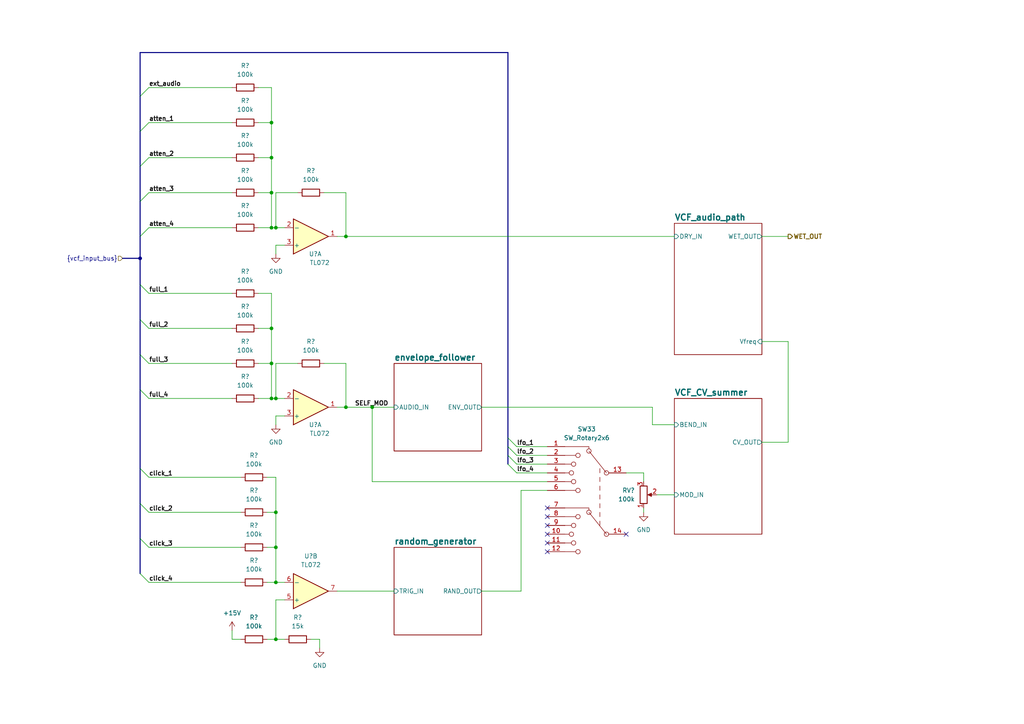
<source format=kicad_sch>
(kicad_sch (version 20230121) (generator eeschema)
  (paper "A4")
  (title_block (title "J.P. Fundrums") (date "2023-02-02") (rev "0") (comment 1 "creativecommons.org/licences/by/4.0/") (comment 2 "Licence: CC by 4.0") (comment 3 "Author: Jordan Aceto"))
  (lib_symbols
    (symbol "Amplifier_Operational:TL072" (pin_names (offset 0.127))
      (property "Reference" "U" (at 0 5.08 0))
      (property "Value" "TL072" (at 0 -5.08 0))
      (symbol "TL072_1_1"
        (polyline (pts (xy -5.08 5.08) (xy 5.08 0) (xy -5.08 -5.08) (xy -5.08 5.08)) (stroke (width 0.254)) (fill (type background)))
        (pin output line (at 7.62 0 180) (length 2.54) (name "~") (number "1"))
        (pin input line (at -7.62 -2.54 0) (length 2.54) (name "-") (number "2"))
        (pin input line (at -7.62 2.54 0) (length 2.54) (name "+") (number "3"))
      )
      (symbol "TL072_2_1"
        (polyline (pts (xy -5.08 5.08) (xy 5.08 0) (xy -5.08 -5.08) (xy -5.08 5.08)) (stroke (width 0.254)) (fill (type background)))
        (pin input line (at -7.62 2.54 0) (length 2.54) (name "+") (number "5"))
        (pin input line (at -7.62 -2.54 0) (length 2.54) (name "-") (number "6"))
        (pin output line (at 7.62 0 180) (length 2.54) (name "~") (number "7"))
      )
      (symbol "TL072_3_1"
        (pin power_in line (at -2.54 -7.62 90) (length 3.81) (name "V-") (number "4"))
        (pin power_in line (at -2.54 7.62 270) (length 3.81) (name "V+") (number "8"))
      )
    )
    (symbol "Device:R" (pin_numbers hide) (pin_names (offset 0))
      (property "Reference" "R" (at 2.032 0 90))
      (property "Value" "R" (at 0 0 90))
      (symbol "R_0_1"
        (rectangle (start -1.016 -2.54) (end 1.016 2.54) (stroke (width 0.254)))
      )
      (symbol "R_1_1"
        (pin passive line (at 0 3.81 270) (length 1.27) (name "~") (number "1"))
        (pin passive line (at 0 -3.81 90) (length 1.27) (name "~") (number "2"))
      )
    )
    (symbol "Device:R_Potentiometer" (pin_names (offset 1.016) hide)
      (property "Reference" "RV" (at -4.445 0 90))
      (property "Value" "R_Potentiometer" (at -2.54 0 90))
      (symbol "R_Potentiometer_0_1"
        (polyline (pts (xy 2.54 0) (xy 1.524 0)))
        (polyline (pts (xy 1.143 0) (xy 2.286 0.508) (xy 2.286 -0.508) (xy 1.143 0)) (fill (type outline)))
        (rectangle (start 1.016 2.54) (end -1.016 -2.54) (stroke (width 0.254)))
      )
      (symbol "R_Potentiometer_1_1"
        (pin passive line (at 0 3.81 270) (length 1.27) (name "1") (number "1"))
        (pin passive line (at 3.81 0 180) (length 1.27) (name "2") (number "2"))
        (pin passive line (at 0 -3.81 90) (length 1.27) (name "3") (number "3"))
      )
    )
    (symbol "Switch:SW_Rotary2x6" (pin_names (offset 1.016) hide)
      (property "Reference" "SW" (at 0 17.78 0))
      (property "Value" "SW_Rotary2x6" (at 0 -17.78 0))
      (symbol "SW_Rotary2x6_0_0"
        (circle (center -4.445 -10.16) (radius 0.635))
        (circle (center -4.445 7.62) (radius 0.635))
        (polyline (pts (xy -4.445 -10.16) (xy 0.635 -3.81)))
        (polyline (pts (xy -4.445 7.62) (xy 0.635 13.97)))
        (polyline (pts (xy -2.54 -7.62) (xy -2.54 -6.35)))
        (polyline (pts (xy -2.54 -5.08) (xy -2.54 -3.81)))
        (polyline (pts (xy -2.54 -2.54) (xy -2.54 -1.27)))
        (polyline (pts (xy -2.54 0) (xy -2.54 1.27)))
        (polyline (pts (xy -2.54 2.54) (xy -2.54 3.81)))
        (polyline (pts (xy -2.54 5.08) (xy -2.54 6.35)))
        (polyline (pts (xy -2.54 7.62) (xy -2.54 8.89)))
        (polyline (pts (xy 4.445 -5.08) (xy 7.62 -5.08)))
        (polyline (pts (xy 4.445 12.7) (xy 7.62 12.7)))
        (polyline (pts (xy 5.715 -12.7) (xy 7.62 -12.7)))
        (polyline (pts (xy 5.715 -7.62) (xy 7.62 -7.62)))
        (polyline (pts (xy 5.715 5.08) (xy 7.62 5.08)))
        (polyline (pts (xy 5.715 10.16) (xy 7.62 10.16)))
        (polyline (pts (xy 6.35 -10.16) (xy 7.62 -10.16)))
        (polyline (pts (xy 6.35 7.62) (xy 7.62 7.62)))
        (polyline (pts (xy 7.62 -15.24) (xy 4.445 -15.24)))
        (polyline (pts (xy 7.62 2.54) (xy 4.445 2.54)))
        (polyline (pts (xy 0.635 -3.175) (xy 0.635 -2.54) (xy 7.62 -2.54)))
        (polyline (pts (xy 0.635 14.605) (xy 0.635 15.24) (xy 7.62 15.24)))
        (circle (center 0.635 -3.81) (radius 0.635))
        (circle (center 0.635 13.97) (radius 0.635))
        (circle (center 3.81 -15.24) (radius 0.635))
        (circle (center 3.81 -5.08) (radius 0.635))
        (circle (center 3.81 2.54) (radius 0.635))
        (circle (center 3.81 12.7) (radius 0.635))
        (circle (center 5.08 -12.7) (radius 0.635))
        (circle (center 5.08 -7.62) (radius 0.635))
        (circle (center 5.08 5.08) (radius 0.635))
        (circle (center 5.08 10.16) (radius 0.635))
        (circle (center 5.715 -10.16) (radius 0.635))
        (circle (center 5.715 7.62) (radius 0.635))
      )
      (symbol "SW_Rotary2x6_0_1"
        (pin passive line (at 12.7 15.24 180) (length 5.08) (name "1") (number "1"))
        (pin passive line (at 12.7 -10.16 180) (length 5.08) (name "10") (number "10"))
        (pin passive line (at 12.7 -12.7 180) (length 5.08) (name "11") (number "11"))
        (pin passive line (at 12.7 -15.24 180) (length 5.08) (name "12") (number "12"))
        (pin passive line (at -10.16 7.62 0) (length 5.08) (name "13") (number "13"))
        (pin passive line (at -10.16 -10.16 0) (length 5.08) (name "14") (number "14"))
        (pin passive line (at 12.7 12.7 180) (length 5.08) (name "2") (number "2"))
        (pin passive line (at 12.7 10.16 180) (length 5.08) (name "3") (number "3"))
        (pin passive line (at 12.7 7.62 180) (length 5.08) (name "4") (number "4"))
        (pin passive line (at 12.7 5.08 180) (length 5.08) (name "5") (number "5"))
        (pin passive line (at 12.7 2.54 180) (length 5.08) (name "6") (number "6"))
        (pin passive line (at 12.7 -2.54 180) (length 5.08) (name "7") (number "7"))
        (pin passive line (at 12.7 -5.08 180) (length 5.08) (name "8") (number "8"))
        (pin passive line (at 12.7 -7.62 180) (length 5.08) (name "9") (number "9"))
      )
    )
    (symbol "power:+15V" (power) (pin_names (offset 0))
      (property "Value" "+15V" (at 0 3.556 0))
      (symbol "+15V_0_1"
        (polyline (pts (xy -0.762 1.27) (xy 0 2.54)))
        (polyline (pts (xy 0 0) (xy 0 2.54)))
        (polyline (pts (xy 0 2.54) (xy 0.762 1.27)))
      )
      (symbol "+15V_1_1"
        (pin power_in line (at 0 0 90) (length 0) hide (name "+15V") (number "1"))
      )
    )
    (symbol "power:GND" (power) (pin_names (offset 0))
      (property "Value" "GND" (at 0 -3.81 0))
      (symbol "GND_0_1"
        (polyline (pts (xy 0 0) (xy 0 -1.27) (xy 1.27 -1.27) (xy 0 -2.54) (xy -1.27 -1.27) (xy 0 -1.27)))
      )
      (symbol "GND_1_1"
        (pin power_in line (at 0 0 270) (length 0) hide (name "GND") (number "1"))
      )
    )
  )
  (junction (at 80.01 148.59))
  (junction (at 80.01 115.57))
  (junction (at 80.01 158.75))
  (junction (at 100.33 68.58))
  (junction (at 80.01 168.91))
  (junction (at 80.01 185.42))
  (junction (at 78.74 95.25))
  (junction (at 80.01 66.04))
  (junction (at 100.33 118.11))
  (junction (at 78.74 66.04))
  (junction (at 78.74 35.56))
  (junction (at 78.74 105.41))
  (junction (at 107.95 118.11))
  (junction (at 40.64 74.93))
  (junction (at 78.74 45.72))
  (junction (at 78.74 55.88))
  (junction (at 78.74 115.57))
  (no_connect (at 158.75 154.94))
  (no_connect (at 158.75 160.02))
  (no_connect (at 158.75 152.4))
  (no_connect (at 158.75 157.48))
  (no_connect (at 158.75 149.86))
  (no_connect (at 181.61 154.94))
  (no_connect (at 158.75 147.32))
  (bus_entry (at 147.32 134.62) (size 2.54 2.54))
  (bus_entry (at 40.64 82.55) (size 2.54 2.54))
  (bus_entry (at 40.64 48.26) (size 2.54 -2.54))
  (bus_entry (at 40.64 156.21) (size 2.54 2.54))
  (bus_entry (at 147.32 129.54) (size 2.54 2.54))
  (bus_entry (at 40.64 113.03) (size 2.54 2.54))
  (bus_entry (at 40.64 58.42) (size 2.54 -2.54))
  (bus_entry (at 40.64 38.1) (size 2.54 -2.54))
  (bus_entry (at 147.32 132.08) (size 2.54 2.54))
  (bus_entry (at 40.64 102.87) (size 2.54 2.54))
  (bus_entry (at 40.64 27.94) (size 2.54 -2.54))
  (bus_entry (at 40.64 166.37) (size 2.54 2.54))
  (bus_entry (at 40.64 68.58) (size 2.54 -2.54))
  (bus_entry (at 40.64 135.89) (size 2.54 2.54))
  (bus_entry (at 147.32 127) (size 2.54 2.54))
  (bus_entry (at 40.64 146.05) (size 2.54 2.54))
  (bus_entry (at 40.64 92.71) (size 2.54 2.54))
  (wire (pts (xy 80.01 185.42) (xy 80.01 173.99)))
  (bus (pts (xy 147.32 129.54) (xy 147.32 132.08)))
  (wire (pts (xy 139.7 171.45) (xy 151.13 171.45)))
  (bus (pts (xy 40.64 156.21) (xy 40.64 166.37)))
  (bus (pts (xy 40.64 102.87) (xy 40.64 113.03)))
  (wire (pts (xy 67.31 182.88) (xy 67.31 185.42)))
  (wire (pts (xy 43.18 115.57) (xy 67.31 115.57)))
  (bus (pts (xy 40.64 113.03) (xy 40.64 135.89)))
  (wire (pts (xy 92.71 187.96) (xy 92.71 185.42)))
  (bus (pts (xy 40.64 82.55) (xy 40.64 92.71)))
  (wire (pts (xy 80.01 185.42) (xy 82.55 185.42)))
  (bus (pts (xy 40.64 48.26) (xy 40.64 58.42)))
  (wire (pts (xy 80.01 138.43) (xy 80.01 148.59)))
  (wire (pts (xy 80.01 71.12) (xy 82.55 71.12)))
  (wire (pts (xy 43.18 55.88) (xy 67.31 55.88)))
  (wire (pts (xy 43.18 85.09) (xy 67.31 85.09)))
  (wire (pts (xy 80.01 173.99) (xy 82.55 173.99)))
  (wire (pts (xy 43.18 66.04) (xy 67.31 66.04)))
  (wire (pts (xy 43.18 105.41) (xy 67.31 105.41)))
  (wire (pts (xy 93.98 105.41) (xy 100.33 105.41)))
  (wire (pts (xy 77.47 168.91) (xy 80.01 168.91)))
  (wire (pts (xy 97.79 171.45) (xy 114.3 171.45)))
  (wire (pts (xy 77.47 148.59) (xy 80.01 148.59)))
  (bus (pts (xy 40.64 15.24) (xy 147.32 15.24)))
  (wire (pts (xy 43.18 25.4) (xy 67.31 25.4)))
  (bus (pts (xy 40.64 146.05) (xy 40.64 156.21)))
  (wire (pts (xy 80.01 105.41) (xy 86.36 105.41)))
  (bus (pts (xy 147.32 15.24) (xy 147.32 127)))
  (wire (pts (xy 78.74 105.41) (xy 78.74 95.25)))
  (wire (pts (xy 78.74 95.25) (xy 78.74 85.09)))
  (wire (pts (xy 80.01 105.41) (xy 80.01 115.57)))
  (wire (pts (xy 80.01 55.88) (xy 86.36 55.88)))
  (wire (pts (xy 228.6 128.27) (xy 228.6 99.06)))
  (wire (pts (xy 80.01 123.19) (xy 80.01 120.65)))
  (wire (pts (xy 149.86 134.62) (xy 158.75 134.62)))
  (wire (pts (xy 107.95 139.7) (xy 158.75 139.7)))
  (wire (pts (xy 186.69 137.16) (xy 186.69 139.7)))
  (wire (pts (xy 151.13 142.24) (xy 158.75 142.24)))
  (wire (pts (xy 74.93 25.4) (xy 78.74 25.4)))
  (wire (pts (xy 189.23 123.19) (xy 195.58 123.19)))
  (wire (pts (xy 82.55 115.57) (xy 80.01 115.57)))
  (wire (pts (xy 100.33 68.58) (xy 195.58 68.58)))
  (wire (pts (xy 107.95 118.11) (xy 114.3 118.11)))
  (wire (pts (xy 74.93 35.56) (xy 78.74 35.56)))
  (wire (pts (xy 80.01 168.91) (xy 82.55 168.91)))
  (wire (pts (xy 100.33 105.41) (xy 100.33 118.11)))
  (wire (pts (xy 93.98 55.88) (xy 100.33 55.88)))
  (wire (pts (xy 149.86 137.16) (xy 158.75 137.16)))
  (wire (pts (xy 97.79 118.11) (xy 100.33 118.11)))
  (wire (pts (xy 77.47 185.42) (xy 80.01 185.42)))
  (wire (pts (xy 80.01 73.66) (xy 80.01 71.12)))
  (wire (pts (xy 43.18 45.72) (xy 67.31 45.72)))
  (wire (pts (xy 186.69 147.32) (xy 186.69 148.59)))
  (wire (pts (xy 80.01 55.88) (xy 80.01 66.04)))
  (wire (pts (xy 100.33 118.11) (xy 107.95 118.11)))
  (wire (pts (xy 220.98 68.58) (xy 228.6 68.58)))
  (wire (pts (xy 78.74 35.56) (xy 78.74 25.4)))
  (bus (pts (xy 40.64 92.71) (xy 40.64 102.87)))
  (wire (pts (xy 43.18 158.75) (xy 69.85 158.75)))
  (wire (pts (xy 189.23 118.11) (xy 189.23 123.19)))
  (wire (pts (xy 149.86 132.08) (xy 158.75 132.08)))
  (wire (pts (xy 186.69 137.16) (xy 181.61 137.16)))
  (wire (pts (xy 80.01 158.75) (xy 80.01 168.91)))
  (wire (pts (xy 74.93 95.25) (xy 78.74 95.25)))
  (wire (pts (xy 74.93 55.88) (xy 78.74 55.88)))
  (wire (pts (xy 43.18 35.56) (xy 67.31 35.56)))
  (wire (pts (xy 78.74 115.57) (xy 80.01 115.57)))
  (wire (pts (xy 80.01 120.65) (xy 82.55 120.65)))
  (wire (pts (xy 80.01 148.59) (xy 80.01 158.75)))
  (wire (pts (xy 43.18 168.91) (xy 69.85 168.91)))
  (bus (pts (xy 40.64 68.58) (xy 40.64 74.93)))
  (bus (pts (xy 35.56 74.93) (xy 40.64 74.93)))
  (wire (pts (xy 78.74 105.41) (xy 78.74 115.57)))
  (wire (pts (xy 78.74 66.04) (xy 80.01 66.04)))
  (wire (pts (xy 43.18 138.43) (xy 69.85 138.43)))
  (wire (pts (xy 97.79 68.58) (xy 100.33 68.58)))
  (wire (pts (xy 43.18 95.25) (xy 67.31 95.25)))
  (bus (pts (xy 40.64 27.94) (xy 40.64 38.1)))
  (wire (pts (xy 74.93 105.41) (xy 78.74 105.41)))
  (wire (pts (xy 107.95 118.11) (xy 107.95 139.7)))
  (wire (pts (xy 151.13 171.45) (xy 151.13 142.24)))
  (wire (pts (xy 67.31 185.42) (xy 69.85 185.42)))
  (wire (pts (xy 82.55 66.04) (xy 80.01 66.04)))
  (wire (pts (xy 43.18 148.59) (xy 69.85 148.59)))
  (bus (pts (xy 40.64 74.93) (xy 40.64 82.55)))
  (bus (pts (xy 40.64 135.89) (xy 40.64 146.05)))
  (wire (pts (xy 78.74 45.72) (xy 78.74 35.56)))
  (wire (pts (xy 77.47 158.75) (xy 80.01 158.75)))
  (wire (pts (xy 100.33 55.88) (xy 100.33 68.58)))
  (wire (pts (xy 228.6 99.06) (xy 220.98 99.06)))
  (bus (pts (xy 40.64 15.24) (xy 40.64 27.94)))
  (bus (pts (xy 147.32 127) (xy 147.32 129.54)))
  (wire (pts (xy 74.93 85.09) (xy 78.74 85.09)))
  (wire (pts (xy 74.93 45.72) (xy 78.74 45.72)))
  (wire (pts (xy 78.74 55.88) (xy 78.74 66.04)))
  (wire (pts (xy 74.93 66.04) (xy 78.74 66.04)))
  (wire (pts (xy 190.5 143.51) (xy 195.58 143.51)))
  (wire (pts (xy 78.74 55.88) (xy 78.74 45.72)))
  (wire (pts (xy 77.47 138.43) (xy 80.01 138.43)))
  (bus (pts (xy 40.64 38.1) (xy 40.64 48.26)))
  (wire (pts (xy 74.93 115.57) (xy 78.74 115.57)))
  (bus (pts (xy 40.64 58.42) (xy 40.64 68.58)))
  (wire (pts (xy 149.86 129.54) (xy 158.75 129.54)))
  (wire (pts (xy 220.98 128.27) (xy 228.6 128.27)))
  (wire (pts (xy 92.71 185.42) (xy 90.17 185.42)))
  (bus (pts (xy 147.32 132.08) (xy 147.32 134.62)))
  (wire (pts (xy 139.7 118.11) (xy 189.23 118.11)))
  (label "atten_1" (at 43.18 35.56 0) (effects (font bold)))
  (label "click_2" (at 43.18 148.59 0) (effects (font bold)))
  (label "ext_audio" (at 43.18 25.4 0) (effects (font bold)))
  (label "full_4" (at 43.18 115.57 0) (effects (font bold)))
  (label "atten_4" (at 43.18 66.04 0) (effects (font bold)))
  (label "lfo_1" (at 149.86 129.54 0) (effects (font bold)))
  (label "lfo_2" (at 149.86 132.08 0) (effects (font bold)))
  (label "click_3" (at 43.18 158.75 0) (effects (font bold)))
  (label "full_1" (at 43.18 85.09 0) (effects (font bold)))
  (label "lfo_3" (at 149.86 134.62 0) (effects (font bold)))
  (label "full_3" (at 43.18 105.41 0) (effects (font bold)))
  (label "click_1" (at 43.18 138.43 0) (effects (font bold)))
  (label "lfo_4" (at 149.86 137.16 0) (effects (font bold)))
  (label "atten_3" (at 43.18 55.88 0) (effects (font bold)))
  (label "full_2" (at 43.18 95.25 0) (effects (font bold)))
  (label "SELF_MOD" (at 102.87 118.11 0) (effects (font bold)))
  (label "atten_2" (at 43.18 45.72 0) (effects (font bold)))
  (label "click_4" (at 43.18 168.91 0) (effects (font bold)))
  (hierarchical_label "WET_OUT" (shape output) (at 228.6 68.58 0) (effects (font bold)))
  (hierarchical_label "{vcf_input_bus}" (shape input) (at 35.56 74.93 180))
  (symbol (lib_id "power:GND") (at 80.01 123.19 0) (unit 1)
    (property "Reference" "#PWR?" (effects hide))
    (property "Value" "GND" (at 80.01 128.27 0))
    (instances (project "fundrums" (path "" (reference "#PWR?") (unit 1)) (path "" (reference "#PWR?") (unit 1)) (path "" (reference "#PWR?") (unit 1)) (path "" (reference "#PWR?") (unit 1)) (path "" (reference "#PWR088") (unit 1))))
  )
  (symbol (lib_id "Switch:SW_Rotary2x6") (at 171.45 144.78 0) (mirror y) (unit 1)
    (property "Reference" "SW33" (at 170.18 124.46 0))
    (property "Value" "SW_Rotary2x6" (at 170.18 127 0))
    (property "Datasheet" "http://cdn-reichelt.de/documents/datenblatt/C200/DS-Serie%23LOR.pdf" (effects hide))
  )
  (symbol (lib_id "power:GND") (at 92.71 187.96 0) (unit 1)
    (property "Reference" "#PWR?" (effects hide))
    (property "Value" "GND" (at 92.71 193.04 0))
    (instances (project "fundrums" (path "" (reference "#PWR?") (unit 1)) (path "" (reference "#PWR?") (unit 1)) (path "" (reference "#PWR?") (unit 1)) (path "" (reference "#PWR?") (unit 1)) (path "" (reference "#PWR02") (unit 1)) (path "" (reference "#PWR090") (unit 1))))
  )
  (symbol (lib_id "Device:R") (at 71.12 25.4 90) (unit 1)
    (property "Reference" "R?" (at 71.12 19.05 90))
    (property "Value" "100k" (at 71.12 21.59 90))
    (instances (project "fundrums" (path "" (reference "R?") (unit 1)) (path "" (reference "R?") (unit 1)) (path "" (reference "R?") (unit 1)) (path "" (reference "R?") (unit 1)) (path "" (reference "R349") (unit 1))))
  )
  (symbol (lib_id "Device:R") (at 90.17 55.88 90) (unit 1)
    (property "Reference" "R?" (at 90.17 49.53 90))
    (property "Value" "100k" (at 90.17 52.07 90))
    (instances (project "fundrums" (path "" (reference "R?") (unit 1)) (path "" (reference "R?") (unit 1)) (path "" (reference "R?") (unit 1)) (path "" (reference "R?") (unit 1)) (path "" (reference "R364") (unit 1))))
  )
  (symbol (lib_id "Device:R") (at 73.66 138.43 90) (unit 1)
    (property "Reference" "R?" (at 73.66 132.08 90))
    (property "Value" "100k" (at 73.66 134.62 90))
    (instances (project "fundrums" (path "" (reference "R?") (unit 1)) (path "" (reference "R?") (unit 1)) (path "" (reference "R?") (unit 1)) (path "" (reference "R?") (unit 1)) (path "" (reference "R?") (unit 1)) (path "" (reference "R358") (unit 1))))
  )
  (symbol (lib_id "Device:R") (at 86.36 185.42 90) (unit 1)
    (property "Reference" "R?" (at 86.36 179.07 90))
    (property "Value" "15k" (at 86.36 181.61 90))
    (instances (project "fundrums" (path "" (reference "R?") (unit 1)) (path "" (reference "R?") (unit 1)) (path "" (reference "R?") (unit 1)) (path "" (reference "R?") (unit 1)) (path "" (reference "R?") (unit 1)) (path "" (reference "R363") (unit 1))))
  )
  (symbol (lib_id "Amplifier_Operational:TL072") (at 90.17 171.45 0) (mirror x) (unit 2)
    (property "Reference" "U?" (at 90.17 161.29 0))
    (property "Value" "TL072" (at 90.17 163.83 0))
    (property "Datasheet" "http://www.ti.com/lit/ds/symlink/tl071.pdf" (effects hide))
    (instances (project "fundrums" (path "" (reference "U?") (unit 2)) (path "" (reference "U?") (unit 2)) (path "" (reference "U?") (unit 2)) (path "" (reference "U?") (unit 2)) (path "" (reference "U?") (unit 2)) (path "" (reference "U56") (unit 1))))
  )
  (symbol (lib_id "Device:R") (at 71.12 45.72 90) (unit 1)
    (property "Reference" "R?" (at 71.12 39.37 90))
    (property "Value" "100k" (at 71.12 41.91 90))
    (instances (project "fundrums" (path "" (reference "R?") (unit 1)) (path "" (reference "R?") (unit 1)) (path "" (reference "R?") (unit 1)) (path "" (reference "R?") (unit 1)) (path "" (reference "R351") (unit 1))))
  )
  (symbol (lib_id "Device:R") (at 73.66 148.59 90) (unit 1)
    (property "Reference" "R?" (at 73.66 142.24 90))
    (property "Value" "100k" (at 73.66 144.78 90))
    (instances (project "fundrums" (path "" (reference "R?") (unit 1)) (path "" (reference "R?") (unit 1)) (path "" (reference "R?") (unit 1)) (path "" (reference "R?") (unit 1)) (path "" (reference "R?") (unit 1)) (path "" (reference "R359") (unit 1))))
  )
  (symbol (lib_id "Device:R") (at 73.66 158.75 90) (unit 1)
    (property "Reference" "R?" (at 73.66 152.4 90))
    (property "Value" "100k" (at 73.66 154.94 90))
    (instances (project "fundrums" (path "" (reference "R?") (unit 1)) (path "" (reference "R?") (unit 1)) (path "" (reference "R?") (unit 1)) (path "" (reference "R?") (unit 1)) (path "" (reference "R?") (unit 1)) (path "" (reference "R360") (unit 1))))
  )
  (symbol (lib_id "Device:R") (at 71.12 66.04 90) (unit 1)
    (property "Reference" "R?" (at 71.12 59.69 90))
    (property "Value" "100k" (at 71.12 62.23 90))
    (instances (project "fundrums" (path "" (reference "R?") (unit 1)) (path "" (reference "R?") (unit 1)) (path "" (reference "R?") (unit 1)) (path "" (reference "R?") (unit 1)) (path "" (reference "R353") (unit 1))))
  )
  (symbol (lib_id "power:+15V") (at 67.31 182.88 0) (unit 1)
    (property "Reference" "#PWR?" (effects hide))
    (property "Value" "+15V" (at 67.31 177.8 0))
    (instances (project "fundrums" (path "" (reference "#PWR?") (unit 1)) (path "" (reference "#PWR?") (unit 1)) (path "" (reference "#PWR?") (unit 1)) (path "" (reference "#PWR?") (unit 1)) (path "" (reference "#PWR01") (unit 1)) (path "" (reference "#PWR089") (unit 1))))
  )
  (symbol (lib_id "Device:R") (at 71.12 115.57 90) (unit 1)
    (property "Reference" "R?" (at 71.12 109.22 90))
    (property "Value" "100k" (at 71.12 111.76 90))
    (instances (project "fundrums" (path "" (reference "R?") (unit 1)) (path "" (reference "R?") (unit 1)) (path "" (reference "R?") (unit 1)) (path "" (reference "R?") (unit 1)) (path "" (reference "R357") (unit 1))))
  )
  (symbol (lib_id "power:GND") (at 80.01 73.66 0) (unit 1)
    (property "Reference" "#PWR?" (effects hide))
    (property "Value" "GND" (at 80.01 78.74 0))
    (instances (project "fundrums" (path "" (reference "#PWR?") (unit 1)) (path "" (reference "#PWR?") (unit 1)) (path "" (reference "#PWR?") (unit 1)) (path "" (reference "#PWR?") (unit 1)) (path "" (reference "#PWR075") (unit 1))))
  )
  (symbol (lib_id "Amplifier_Operational:TL072") (at 90.17 68.58 0) (mirror x) (unit 1)
    (property "Reference" "U?" (at 91.44 73.66 0))
    (property "Value" "TL072" (at 92.71 76.2 0))
    (property "Datasheet" "http://www.ti.com/lit/ds/symlink/tl071.pdf" (effects hide))
    (instances (project "fundrums" (path "" (reference "U?") (unit 1)) (path "" (reference "U?") (unit 1)) (path "" (reference "U?") (unit 1)) (path "" (reference "U?") (unit 1)) (path "" (reference "U55") (unit 1))))
  )
  (symbol (lib_id "Amplifier_Operational:TL072") (at 90.17 118.11 0) (mirror x) (unit 1)
    (property "Reference" "U?" (at 91.44 123.19 0))
    (property "Value" "TL072" (at 92.71 125.73 0))
    (property "Datasheet" "http://www.ti.com/lit/ds/symlink/tl071.pdf" (effects hide))
    (instances (project "fundrums" (path "" (reference "U?") (unit 1)) (path "" (reference "U?") (unit 1)) (path "" (reference "U?") (unit 1)) (path "" (reference "U?") (unit 1)) (path "" (reference "U55") (unit 2))))
  )
  (symbol (lib_id "Device:R") (at 73.66 185.42 90) (unit 1)
    (property "Reference" "R?" (at 73.66 179.07 90))
    (property "Value" "100k" (at 73.66 181.61 90))
    (instances (project "fundrums" (path "" (reference "R?") (unit 1)) (path "" (reference "R?") (unit 1)) (path "" (reference "R?") (unit 1)) (path "" (reference "R?") (unit 1)) (path "" (reference "R?") (unit 1)) (path "" (reference "R362") (unit 1))))
  )
  (symbol (lib_id "Device:R") (at 71.12 85.09 90) (unit 1)
    (property "Reference" "R?" (at 71.12 78.74 90))
    (property "Value" "100k" (at 71.12 81.28 90))
    (instances (project "fundrums" (path "" (reference "R?") (unit 1)) (path "" (reference "R?") (unit 1)) (path "" (reference "R?") (unit 1)) (path "" (reference "R?") (unit 1)) (path "" (reference "R354") (unit 1))))
  )
  (symbol (lib_id "Device:R") (at 71.12 55.88 90) (unit 1)
    (property "Reference" "R?" (at 71.12 49.53 90))
    (property "Value" "100k" (at 71.12 52.07 90))
    (instances (project "fundrums" (path "" (reference "R?") (unit 1)) (path "" (reference "R?") (unit 1)) (path "" (reference "R?") (unit 1)) (path "" (reference "R?") (unit 1)) (path "" (reference "R352") (unit 1))))
  )
  (symbol (lib_id "Device:R") (at 73.66 168.91 90) (unit 1)
    (property "Reference" "R?" (at 73.66 162.56 90))
    (property "Value" "100k" (at 73.66 165.1 90))
    (instances (project "fundrums" (path "" (reference "R?") (unit 1)) (path "" (reference "R?") (unit 1)) (path "" (reference "R?") (unit 1)) (path "" (reference "R?") (unit 1)) (path "" (reference "R?") (unit 1)) (path "" (reference "R361") (unit 1))))
  )
  (symbol (lib_id "Device:R") (at 71.12 35.56 90) (unit 1)
    (property "Reference" "R?" (at 71.12 29.21 90))
    (property "Value" "100k" (at 71.12 31.75 90))
    (instances (project "fundrums" (path "" (reference "R?") (unit 1)) (path "" (reference "R?") (unit 1)) (path "" (reference "R?") (unit 1)) (path "" (reference "R?") (unit 1)) (path "" (reference "R350") (unit 1))))
  )
  (symbol (lib_id "Device:R_Potentiometer") (at 186.69 143.51 0) (mirror x) (unit 1)
    (property "Reference" "RV?" (at 184.15 142.2399 0) (effects (justify right)))
    (property "Value" "100k" (at 184.15 144.7799 0) (effects (justify right)))
    (instances (project "fundrums" (path "" (reference "RV?") (unit 1)) (path "" (reference "RV?") (unit 1)) (path "" (reference "RV?") (unit 1)) (path "" (reference "RV?") (unit 1)) (path "" (reference "RV53") (unit 1)) (path "" (reference "RV?") (unit 1))))
  )
  (symbol (lib_id "Device:R") (at 90.17 105.41 90) (unit 1)
    (property "Reference" "R?" (at 90.17 99.06 90))
    (property "Value" "100k" (at 90.17 101.6 90))
    (instances (project "fundrums" (path "" (reference "R?") (unit 1)) (path "" (reference "R?") (unit 1)) (path "" (reference "R?") (unit 1)) (path "" (reference "R?") (unit 1)) (path "" (reference "R365") (unit 1))))
  )
  (symbol (lib_id "Device:R") (at 71.12 105.41 90) (unit 1)
    (property "Reference" "R?" (at 71.12 99.06 90))
    (property "Value" "100k" (at 71.12 101.6 90))
    (instances (project "fundrums" (path "" (reference "R?") (unit 1)) (path "" (reference "R?") (unit 1)) (path "" (reference "R?") (unit 1)) (path "" (reference "R?") (unit 1)) (path "" (reference "R356") (unit 1))))
  )
  (symbol (lib_id "Device:R") (at 71.12 95.25 90) (unit 1)
    (property "Reference" "R?" (at 71.12 88.9 90))
    (property "Value" "100k" (at 71.12 91.44 90))
    (instances (project "fundrums" (path "" (reference "R?") (unit 1)) (path "" (reference "R?") (unit 1)) (path "" (reference "R?") (unit 1)) (path "" (reference "R?") (unit 1)) (path "" (reference "R355") (unit 1))))
  )
  (symbol (lib_id "power:GND") (at 186.69 148.59 0) (unit 1)
    (property "Reference" "#PWR041" (effects hide))
    (property "Value" "GND" (at 186.69 153.67 0))
  )
  (sheet (at 114.3 105.41) (size 25.4 25.4) (stroke (width 0.1524))
    (property "Sheetname" "envelope_follower" (at 114.3 104.6984 0) (effects (font (size 1.75 1.75) bold) (justify left bottom)))
    (property "Sheetfile" "envelope_follower.kicad_sch" (effects hide))
    (pin "ENV_OUT" output (at 139.7 118.11 0))
    (pin "AUDIO_IN" input (at 114.3 118.11 180))
  )
  (sheet (at 114.3 158.75) (size 25.4 25.4) (stroke (width 0.1524))
    (property "Sheetname" "random_generator" (at 114.3 158.0384 0) (effects (font (size 1.75 1.75) bold) (justify left bottom)))
    (property "Sheetfile" "random_generator.kicad_sch" (effects hide))
    (pin "TRIG_IN" input (at 114.3 171.45 180))
    (pin "RAND_OUT" output (at 139.7 171.45 0))
  )
  (sheet (at 195.58 115.57) (size 25.4 39.37) (stroke (width 0.1524))
    (property "Sheetname" "VCF_CV_summer" (at 195.58 114.8584 0) (effects (font (size 1.75 1.75) bold) (justify left bottom)))
    (property "Sheetfile" "VCF_CV_path.kicad_sch" (effects hide))
    (pin "CV_OUT" output (at 220.98 128.27 0))
    (pin "MOD_IN" input (at 195.58 143.51 180))
    (pin "BEND_IN" input (at 195.58 123.19 180))
  )
  (sheet (at 195.58 64.77) (size 25.4 38.1) (stroke (width 0.1524))
    (property "Sheetname" "VCF_audio_path" (at 195.58 64.0584 0) (effects (font (size 1.75 1.75) bold) (justify left bottom)))
    (property "Sheetfile" "VCF_audio_path.kicad_sch" (effects hide))
    (pin "DRY_IN" input (at 195.58 68.58 180))
    (pin "Vfreq" input (at 220.98 99.06 0))
    (pin "WET_OUT" output (at 220.98 68.58 0))
  )
)
</source>
